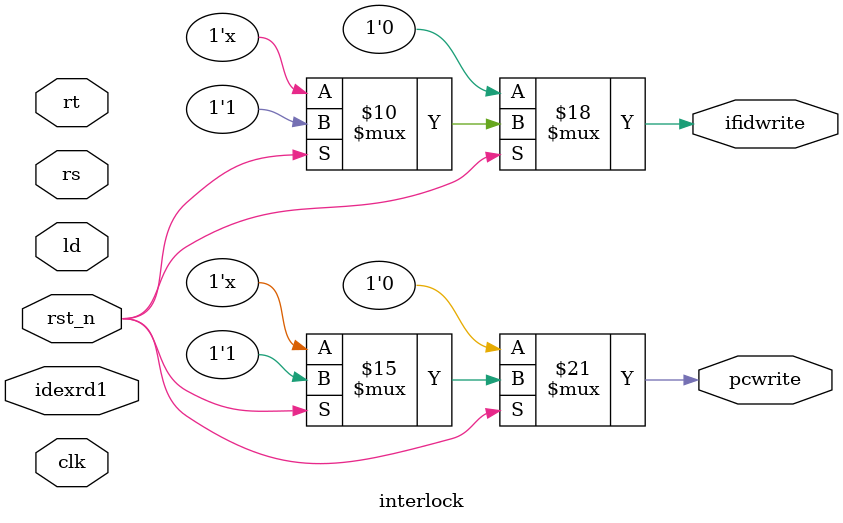
<source format=v>
`timescale 1ns / 1ps

module interlock(
	input clk,
	input rst_n,
	input ld,
	input [4:0] idexrd1,
	input [4:0] rs,
	input [4:0] rt,
	output reg pcwrite,
	output reg ifidwrite
    );
always@(*)
begin
	if (~rst_n) begin
		pcwrite=0;
		ifidwrite=0;
	end
	else begin
		if (ld&&(idexrd1==rs||idexrd1==rt)) begin //·¢ÉúÁËloadÏà¹Ø
			pcwrite=1;
			ifidwrite=1;
		end
		else begin
			pcwrite=1;
			ifidwrite=1;
		end
	end
end
endmodule

</source>
